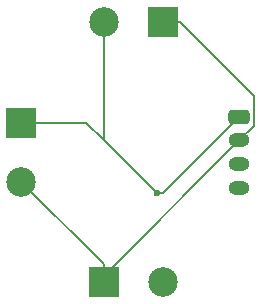
<source format=gbr>
%TF.GenerationSoftware,KiCad,Pcbnew,8.0.5*%
%TF.CreationDate,2024-10-03T09:22:46-06:00*%
%TF.ProjectId,mini_ac,6d696e69-5f61-4632-9e6b-696361645f70,rev?*%
%TF.SameCoordinates,Original*%
%TF.FileFunction,Copper,L1,Top*%
%TF.FilePolarity,Positive*%
%FSLAX46Y46*%
G04 Gerber Fmt 4.6, Leading zero omitted, Abs format (unit mm)*
G04 Created by KiCad (PCBNEW 8.0.5) date 2024-10-03 09:22:46*
%MOMM*%
%LPD*%
G01*
G04 APERTURE LIST*
G04 Aperture macros list*
%AMRoundRect*
0 Rectangle with rounded corners*
0 $1 Rounding radius*
0 $2 $3 $4 $5 $6 $7 $8 $9 X,Y pos of 4 corners*
0 Add a 4 corners polygon primitive as box body*
4,1,4,$2,$3,$4,$5,$6,$7,$8,$9,$2,$3,0*
0 Add four circle primitives for the rounded corners*
1,1,$1+$1,$2,$3*
1,1,$1+$1,$4,$5*
1,1,$1+$1,$6,$7*
1,1,$1+$1,$8,$9*
0 Add four rect primitives between the rounded corners*
20,1,$1+$1,$2,$3,$4,$5,0*
20,1,$1+$1,$4,$5,$6,$7,0*
20,1,$1+$1,$6,$7,$8,$9,0*
20,1,$1+$1,$8,$9,$2,$3,0*%
G04 Aperture macros list end*
%TA.AperFunction,ComponentPad*%
%ADD10RoundRect,0.250000X-0.650000X0.350000X-0.650000X-0.350000X0.650000X-0.350000X0.650000X0.350000X0*%
%TD*%
%TA.AperFunction,ComponentPad*%
%ADD11O,1.800000X1.200000*%
%TD*%
%TA.AperFunction,ComponentPad*%
%ADD12R,2.500000X2.500000*%
%TD*%
%TA.AperFunction,ComponentPad*%
%ADD13C,2.500000*%
%TD*%
%TA.AperFunction,ViaPad*%
%ADD14C,0.600000*%
%TD*%
%TA.AperFunction,Conductor*%
%ADD15C,0.200000*%
%TD*%
G04 APERTURE END LIST*
D10*
%TO.P,J4,1,Pin_1*%
%TO.N,Net-(J1-Pin_2)*%
X123000000Y-85500000D03*
D11*
%TO.P,J4,2,Pin_2*%
%TO.N,Net-(J1-Pin_1)*%
X123000000Y-87500000D03*
%TO.P,J4,3,Pin_3*%
%TO.N,unconnected-(J4-Pin_3-Pad3)*%
X123000000Y-89500000D03*
%TO.P,J4,4,Pin_4*%
%TO.N,unconnected-(J4-Pin_4-Pad4)*%
X123000000Y-91500000D03*
%TD*%
D12*
%TO.P,peltier left positive,1,Pin_1*%
%TO.N,Net-(J1-Pin_2)*%
X104500000Y-86000000D03*
D13*
%TO.P,peltier left positive,2,Pin_2*%
%TO.N,Net-(J1-Pin_1)*%
X104500000Y-91000000D03*
%TD*%
D12*
%TO.P,battery2,1,Pin_1*%
%TO.N,Net-(J1-Pin_1)*%
X111500000Y-99500000D03*
D13*
%TO.P,battery2,2,Pin_2*%
%TO.N,Net-(J1-Pin_2)*%
X116500000Y-99500000D03*
%TD*%
D12*
%TO.P,power in,1,Pin_1*%
%TO.N,Net-(J1-Pin_1)*%
X116500000Y-77500000D03*
D13*
%TO.P,power in,2,Pin_2*%
%TO.N,Net-(J1-Pin_2)*%
X111500000Y-77500000D03*
%TD*%
D14*
%TO.N,Net-(J1-Pin_2)*%
X116000000Y-92000000D03*
%TD*%
D15*
%TO.N,Net-(J1-Pin_2)*%
X123000000Y-85500000D02*
X116500000Y-92000000D01*
X116500000Y-92000000D02*
X116000000Y-92000000D01*
%TO.N,Net-(J1-Pin_1)*%
X116500000Y-77500000D02*
X117950000Y-77500000D01*
X117950000Y-77500000D02*
X124200000Y-83750000D01*
X124200000Y-83750000D02*
X124200000Y-86300000D01*
X124200000Y-86300000D02*
X123000000Y-87500000D01*
%TO.N,Net-(J1-Pin_2)*%
X104500000Y-86000000D02*
X110000000Y-86000000D01*
X110000000Y-86000000D02*
X111500000Y-87500000D01*
X111500000Y-87500000D02*
X116000000Y-92000000D01*
X111500000Y-77500000D02*
X111500000Y-87500000D01*
%TO.N,Net-(J1-Pin_1)*%
X104500000Y-91000000D02*
X111500000Y-98000000D01*
X111500000Y-98000000D02*
X111500000Y-99500000D01*
X123000000Y-87500000D02*
X111500000Y-99000000D01*
X111500000Y-99000000D02*
X111500000Y-99500000D01*
%TD*%
M02*

</source>
